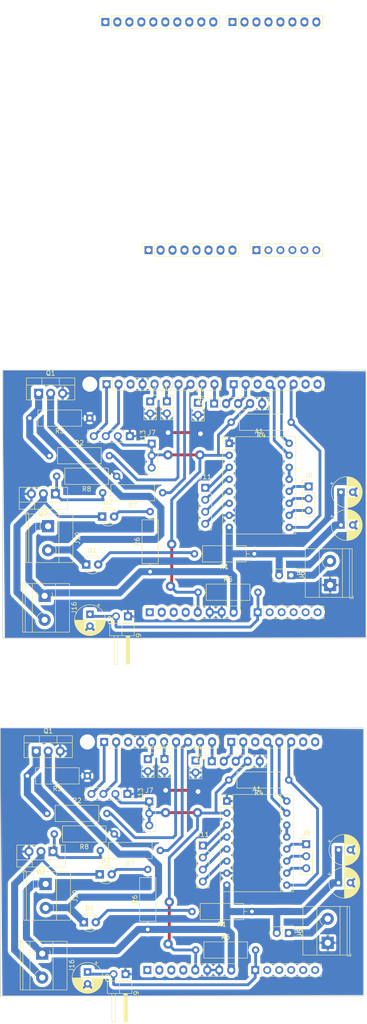
<source format=kicad_pcb>
(kicad_pcb (version 20221018) (generator pcbnew)
  (title_block (date "mar. 31 mars 2015"))
  (layers (0 "F.Cu" signal) (31 "B.Cu" signal) (34 "B.Paste" user) (35 "F.Paste" user) (36 "B.SilkS" user "B.Silkscreen") (37 "F.SilkS" user "F.Silkscreen") (38 "B.Mask" user) (39 "F.Mask" user) (44 "Edge.Cuts" user))
  (net 0 "")
  (net 1 "GND")
  (net 3 "+5V")
  (net 4 "/IOREF")
  (net 5 "Net-(A1-1B)")
  (net 6 "/A1")
  (net 7 "/A2")
  (net 8 "/A3")
  (net 9 "Net-(A1-1A)")
  (net 10 "Net-(A1-2A)")
  (net 11 "Net-(A1-2B)")
  (net 12 "EN")
  (net 13 "/AREF")
  (net 14 "Net-(A1-MS1)")
  (net 15 "/*5")
  (net 16 "Net-(A1-MS2)")
  (net 17 "Net-(A1-MS3)")
  (net 18 "Net-(A1-~{RESET})")
  (net 19 "STEP")
  (net 20 "DIR")
  (net 21 "Termistor")
  (net 22 "/TX{slash}1")
  (net 23 "Net-(D1-K)")
  (net 24 "/RX{slash}0")
  (net 25 "+3V3")
  (net 26 "VCC")
  (net 27 "/~{RESET}")
  (net 28 "Net-(D1-A)")
  (net 29 "Net-(D2-K)")
  (net 30 "Net-(D2-A)")
  (net 31 "SCL")
  (net 32 "SDA")
  (net 33 "BT1")
  (net 34 "SW")
  (net 35 "BT3")
  (net 36 "BT2")
  (net 37 "OUTB")
  (net 38 "OUTA")
  (net 39 "FAN")
  (net 40 "MOS")
  (net 41 "Net-(J5-Pin_2)")
  (net 42 "Net-(Q1-G)")
  (net 43 "Net-(Q2-G)")
  (footprint "Connector_PinSocket_2.54mm:PinSocket_1x08_P2.54mm_Vertical" (layer "F.Cu") (at 94.413 105.841 90)
    (fp_text reference "J1" hide)
    (fp_text value "Power")
  )
  (footprint "Connector_PinSocket_2.54mm:PinSocket_1x06_P2.54mm_Vertical" (layer "F.Cu") (at 117.273 105.841 90)
    (fp_text reference "J3" hide)
    (fp_text value "Analog")
  )
  (footprint "Connector_PinSocket_2.54mm:PinSocket_1x10_P2.54mm_Vertical" (layer "F.Cu") (at 85.269 57.581 90)
    (fp_text reference "J2" hide)
    (fp_text value "Digital/PWM")
  )
  (footprint "Connector_PinSocket_2.54mm:PinSocket_1x08_P2.54mm_Vertical" (layer "F.Cu") (at 112.193 57.581 90)
    (fp_text reference "J4" hide)
    (fp_text value "Digital/PWM")
  )
  (footprint "Connector_PinSocket_2.54mm:PinSocket_1x05_P2.54mm_Vertical" (layer "F.Cu") (at 107.808 214.002 90)
    (fp_text reference "J15")
    (fp_text value "Conn_01x05" hide)
  )
  (footprint "Connector_PinSocket_2.54mm:PinSocket_1x02_P2.54mm_Vertical" (layer "F.Cu") (at 104.876 138.135)
    (fp_text reference "J14")
    (fp_text value "Conn_01x02")
  )
  (footprint "Connector_PinSocket_2.54mm:PinSocket_1x08_P2.54mm_Vertical" (layer "F.Cu") (at 94.158 258.162 90)
    (fp_text reference "J1" hide)
    (fp_text value "Power")
  )
  (footprint "Capacitor_THT:CP_Radial_D6.3mm_P2.50mm" (layer "F.Cu") (at 134.66 239.696)
    (fp_text reference "C3" hide)
    (fp_text value "100uF")
  )
  (footprint "Module:Pololu_Breakout-16_15.2x20.3mm" (layer "F.Cu") (at 111.506 146.72)
    (fp_text reference "A1")
    (fp_text value "Pololu_Breakout_A4988")
  )
  (footprint "Connector_PinSocket_2.54mm:PinSocket_1x08_P2.54mm_Vertical" (layer "F.Cu") (at 111.938 209.902 90)
    (fp_text reference "J4" hide)
    (fp_text value "Digital/PWM")
  )
  (footprint "Resistor_THT:R_Axial_DIN0309_L9.0mm_D3.2mm_P12.70mm_Horizontal" (layer "F.Cu") (at 87.651 153.685 180)
    (fp_text reference "R8")
    (fp_text value "10R")
  )
  (footprint "Resistor_THT:R_Axial_DIN0309_L9.0mm_D3.2mm_P12.70mm_Horizontal" (layer "F.Cu") (at 81.443 217.077 180)
    (fp_text reference "R3")
    (fp_text value "10k")
  )
  (footprint "Resistor_THT:R_Axial_DIN0309_L9.0mm_D3.2mm_P12.70mm_Horizontal" (layer "F.Cu") (at 116.826 170.1 180)
    (fp_text reference "R1")
    (fp_text value "1.8k")
  )
  (footprint "Resistor_THT:R_Axial_DIN0309_L9.0mm_D3.2mm_P12.70mm_Horizontal" (layer "F.Cu") (at 116.318 245.792 180)
    (fp_text reference "R1")
    (fp_text value "1.8k")
  )
  (footprint "Connector_PinHeader_2.54mm:PinHeader_1x03_P2.54mm_Vertical" (layer "F.Cu") (at 94.568 222.487)
    (fp_text reference "J7")
    (fp_text value "Conn_01x03")
  )
  (footprint "Connector_PinSocket_2.54mm:PinSocket_1x02_P2.54mm_Vertical" (layer "F.Cu") (at 104.368 213.827)
    (fp_text reference "J14")
    (fp_text value "Conn_01x02")
  )
  (footprint "Connector_PinHeader_2.54mm:PinHeader_1x03_P2.54mm_Vertical" (layer "F.Cu") (at 127.818 231.542)
    (fp_text reference "J8")
    (fp_text value "Conn_01x03")
  )
  (footprint "Resistor_THT:R_Axial_DIN0309_L9.0mm_D3.2mm_P12.70mm_Horizontal" (layer "F.Cu") (at 124.118 217.952 180)
    (fp_text reference "R4")
    (fp_text value "R")
  )
  (footprint "Connector_PinHeader_2.54mm:PinHeader_1x04_P2.54mm_Vertical" (layer "F.Cu") (at 106.426 156.13)
    (fp_text reference "J11")
    (fp_text value "Conn_01x04")
  )
  (footprint "TerminalBlock_Phoenix:TerminalBlock_Phoenix_MKDS-1,5-2-5.08_1x02_P5.08mm_Horizontal" (layer "F.Cu") (at 72.396 178.99 -90)
    (fp_text reference "J16")
    (fp_text value "Conn_01x02")
  )
  (footprint "Connector_PinSocket_2.54mm:PinSocket_1x10_P2.54mm_Vertical" (layer "F.Cu") (at 85.522 134.21 90)
    (fp_text reference "J2" hide)
    (fp_text value "Digital/PWM")
  )
  (footprint "Arduino_MountingHole:MountingHole_3.2mm" (layer "F.Cu") (at 81.966 134.21)
    (fp_text reference "MH1" hide)
    (fp_text value "MountingHole_3.2mm" hide)
  )
  (footprint "Connector_PinSocket_2.54mm:PinSocket_1x08_P2.54mm_Vertical" (layer "F.Cu") (at 112.446 134.21 90)
    (fp_text reference "J4" hide)
    (fp_text value "Digital/PWM")
  )
  (footprint "Connector_PinHeader_2.54mm:PinHeader_1x02_P2.54mm_Vertical" (layer "F.Cu") (at 124.626 174.635 -90)
    (fp_text reference "J6")
    (fp_text value "Conn_01x02")
  )
  (footprint "TerminalBlock_Phoenix:TerminalBlock_Phoenix_MKDS-1,5-2-5.08_1x02_P5.08mm_Horizontal" (layer "F.Cu") (at 72.618 239.952 -90)
    (fp_text reference "J10")
    (fp_text value "Conn_01x02")
  )
  (footprint "Arduino_MountingHole:MountingHole_3.2mm" (layer "F.Cu") (at 81.458 209.902)
    (fp_text reference "MH1" hide)
    (fp_text value "MountingHole_3.2mm" hide)
  )
  (footprint "Connector_PinSocket_2.54mm:PinSocket_1x08_P2.54mm_Vertical" (layer "F.Cu") (at 94.666 182.47 90)
    (fp_text reference "J1" hide)
    (fp_text value "Power")
  )
  (footprint "Capacitor_THT:CP_Radial_D6.3mm_P2.50mm" (layer "F.Cu") (at 81.493 258.577 -90)
    (fp_text reference "C2")
    (fp_text value "100uF")
  )
  (footprint "Module:Pololu_Breakout-16_15.2x20.3mm" (layer "F.Cu") (at 110.998 222.412)
    (fp_text reference "A1")
    (fp_text value "Pololu_Breakout_A4988")
  )
  (footprint "Resistor_THT:R_Axial_DIN0309_L9.0mm_D3.2mm_P12.70mm_Horizontal" (layer "F.Cu") (at 72.898 225.027)
    (fp_text reference "R2")
    (fp_text value "10R")
  )
  (footprint "Connector_PinHeader_2.54mm:PinHeader_1x04_P2.54mm_Vertical" (layer "F.Cu") (at 105.918 231.822)
    (fp_text reference "J11")
    (fp_text value "Conn_01x04")
  )
  (footprint "Capacitor_THT:CP_Radial_D6.3mm_P2.50mm" (layer "F.Cu") (at 82.001 182.885 -90)
    (fp_text reference "C2")
    (fp_text value "100uF")
  )
  (footprint "TerminalBlock_Phoenix:TerminalBlock_Phoenix_MKDS-1,5-2-5.08_1x02_P5.08mm_Horizontal" (layer "F.Cu") (at 132.373 252.397 90)
    (fp_text reference "J5")
    (fp_text value "Conn_01x02")
  )
  (footprint "Capacitor_THT:CP_Radial_D6.3mm_P2.50mm" (layer "F.Cu") (at 135.168 164.004)
    (fp_text reference "C3" hide)
    (fp_text value "100uF")
  )
  (footprint "TerminalBlock_Phoenix:TerminalBlock_Phoenix_MKDS-1,5-2-5.08_1x02_P5.08mm_Horizontal" (layer "F.Cu") (at 132.881 176.705 90)
    (fp_text reference "J5")
    (fp_text value "Conn_01x02")
  )
  (footprint "Connector_PinSocket_2.54mm:PinSocket_1x04_P2.54mm_Vertical" (layer "F.Cu") (at 89.933 220.902 -90)
    (fp_text reference "J13")
    (fp_text value "Conn_01x04")
  )
  (footprint "LED_THT:LED_D3.0mm" (layer "F.Cu") (at 84.577 162.226)
    (fp_text reference "D2")
    (fp_text value "LED")
  )
  (footprint "Connector_PinHeader_2.54mm:PinHeader_1x03_P2.54mm_Vertical" (layer "F.Cu") (at 128.326 155.85)
    (fp_text reference "J8")
    (fp_text value "Conn_01x03")
  )
  (footprint "Arduino_MountingHole:MountingHole_3.2mm" (layer "F.Cu") (at 81.713 57.581)
    (fp_text reference "MH1" hide)
    (fp_text value "MountingHole_3.2mm" hide)
  )
  (footprint "Connector_PinHeader_2.54mm:PinHeader_1x02_P2.54mm_Vertical" (layer "F.Cu") (at 124.118 250.327 -90)
    (fp_text reference "J6")
    (fp_text value "Conn_01x02")
  )
  (footprint "Connector_PinSocket_2.54mm:PinSocket_1x05_P2.54mm_Vertical" (layer "F.Cu") (at 108.316 138.31 90)
    (fp_text reference "J15")
    (fp_text value "Conn_01x05" hide)
  )
  (footprint "Connector_PinSocket_2.54mm:PinSocket_1x02_P2.54mm_Vertical" (layer "F.Cu") (at 94.259 213.554)
    (fp_text reference "J12")
    (fp_text value "Conn_01x02")
  )
  (footprint "Connector_PinSocket_2.54mm:PinSocket_1x06_P2.54mm_Vertical" (layer "F.Cu") (at 117.018 258.162 90)
    (fp_text reference "J3" hide)
    (fp_text value "Analog")
  )
  (footprint "Resistor_THT:R_Axial_DIN0309_L9.0mm_D3.2mm_P12.70mm_Horizontal" (layer "F.Cu") (at 87.143 229.377 180)
    (fp_text reference "R8")
    (fp_text value "10R")
  )
  (footprint "Package_TO_SOT_THT:TO-220-3_Vertical" (layer "F.Cu") (at 74.676 157.4 180)
    (fp_text reference "Q2")
    (fp_text value "IRLZ44N")
  )
  (footprint "Connector_PinSocket_2.54mm:PinSocket_1x10_P2.54mm_Vertical" (layer "F.Cu") (at 85.014 209.902 90)
    (fp_text reference "J2" hide)
    (fp_text value "Digital/PWM")
  )
  (footprint "Resistor_THT:R_Axial_DIN0309_L9.0mm_D3.2mm_P12.70mm_Horizontal" (layer "F.Cu") (at 104.902 178.228)
    (fp_text reference "R5")
    (fp_text value "4.7k")
  )
  (footprint "Connector_PinSocket_2.54mm:PinSocket_1x04_P2.54mm_Vertical" (layer "F.Cu") (at 90.441 145.21 -90)
    (fp_text reference "J13")
    (fp_text value "Conn_01x04")
  )
  (footprint "Resistor_THT:R_Axial_DIN0309_L9.0mm_D3.2mm_P12.70mm_Horizontal" (layer "F.Cu") (at 81.951 141.385 180)
    (fp_text reference "R3")
    (fp_text value "10k")
  )
  (footprint "Resistor_THT:R_Axial_DIN0309_L9.0mm_D3.2mm_P12.70mm_Horizontal" (layer "F.Cu") (at 94.746 173.88 90)
    (fp_text reference "R6")
    (fp_text value "1.8k")
  )
  (footprint "Capacitor_THT:CP_Radial_D6.3mm_P2.50mm" (layer "F.Cu") (at 134.66 232.746)
    (fp_text reference "C1" hide)
    (fp_text value "100uF" hide)
  )
  (footprint "Connector_PinSocket_2.54mm:PinSocket_1x02_P2.54mm_Vertical" (layer "F.Cu") (at 98.298 137.842)
    (fp_text reference "J17")
    (fp_text value "Conn_01x02")
  )
  (footprint "LED_THT:LED_D3.0mm" (layer "F.Cu") (at 84.069 237.918)
    (fp_text reference "D2")
    (fp_text value "LED")
  )
  (footprint "TerminalBlock_Phoenix:TerminalBlock_Phoenix_MKDS-1,5-2-5.08_1x02_P5.08mm_Horizontal" (layer "F.Cu") (at 71.888 254.682 -90)
    (fp_text reference "J16")
    (fp_text value "Conn_01x02")
  )
  (footprint "Connector_PinSocket_2.54mm:PinSocket_1x02_P2.54mm_Vertical" (layer "F.Cu") (at 94.767 137.862)
    (fp_text reference "J12")
    (fp_text value "Conn_01x02")
  )
  (footprint "Connector_PinSocket_2.54mm:PinSocket_1x06_P2.54mm_Vertical" (layer "F.Cu") (at 117.526 182.47 90)
    (fp_text reference "J3" hide)
    (fp_text value "Analog")
  )
  (footprint "Resistor_THT:R_Axial_DIN0309_L9.0mm_D3.2mm_P12.70mm_Horizontal" (layer "F.Cu") (at 96.898 232.862 180)
    (fp_text reference "R7")
    (fp_text value "10R")
  )
  (footprint "LED_THT:LED_D3.0mm" (layer "F.Cu") (at 80.693 248.052)
    (fp_text reference "D1")
    (fp_text value "LED")
  )
  (footprint "Connector_PinHeader_2.54mm:PinHeader_1x03_P2.54mm_Vertical" (layer "F.Cu") (at 95.076 146.795)
    (fp_text reference "J7")
    (fp_text value "Conn_01x03")
  )
  (footprint "Resistor_THT:R_Axial_DIN0309_L9.0mm_D3.2mm_P12.70mm_Horizontal" (layer "F.Cu") (at 104.394 253.92)
    (fp_text reference "R5")
    (fp_text value "4.7k")
  )
  (footprint "TerminalBlock_Phoenix:TerminalBlock_Phoenix_MKDS-1,5-2-5.08_1x02_P5.08mm_Horizontal" (layer "F.Cu") (at 73.126 164.26 -90)
    (fp_text reference "J10")
    (fp_text value "Conn_01x02")
  )
  (footprint "Connector_PinHeader_2.54mm:PinHeader_1x02_P2.54mm_Horizontal" (layer "F.Cu") (at 89.543 259.027 -90)
    (fp_text reference "J9")
    (fp_text value "Conn_01x02")
  )
  (footprint "Connector_PinHeader_2.54mm:PinHeader_1x02_P2.54mm_Horizontal" (layer "F.Cu") (at 90.051 183.335 -90)
    (fp_text reference "J9")
    (fp_text value "Conn_01x02")
  )
  (footprint "LED_THT:LED_D3.0mm" (layer "F.Cu") (at 81.201 172.36)
    (fp_text reference "D1")
    (fp_text value "LED")
  )
  (footprint "Capacitor_THT:CP_Radial_D6.3mm_P2.50mm" (layer "F.Cu") (at 135.168 157.054)
    (fp_text reference "C1" hide)
    (fp_text value "100uF" hide)
  )
  (footprint "Resistor_THT:R_Axial_DIN0309_L9.0mm_D3.2mm_P12.70mm_Horizontal" (layer "F.Cu") (at 73.406 149.335)
    (fp_text reference "R2")
    (fp_text value "10R")
  )
  (footprint "Package_TO_SOT_THT:TO-220-3_Vertical" (layer "F.Cu") (at 74.168 233.092 180)
    (fp_text reference "Q2")
    (fp_text value "IRLZ44N")
  )
  (footprint "Resistor_THT:R_Axial_DIN0309_L9.0mm_D3.2mm_P12.70mm_Horizontal" (layer "F.Cu") (at 94.238 249.572 90)
    (fp_text reference "R6")
    (fp_text value "1.8k")
  )
  (footprint "Connector_PinSocket_2.54mm:PinSocket_1x02_P2.54mm_Vertical" (layer "F.Cu") (at 97.79 213.534)
    (fp_text reference "J17")
    (fp_text value "Conn_01x02")
  )
  (footprint "Package_TO_SOT_THT:TO-220-3_Vertical" (layer "F.Cu") (at 71.126 136.16)
    (fp_text reference "Q1")
    (fp_text value "IRLZ44N")
  )
  (footprint "Package_TO_SOT_THT:TO-220-3_Vertical" (layer "F.Cu") (at 70.618 211.852)
    (fp_text reference "Q1")
    (fp_text value "IRLZ44N")
  )
  (footprint "Resistor_THT:R_Axial_DIN0309_L9.0mm_D3.2mm_P12.70mm_Horizontal" (layer "F.Cu") (at 97.406 157.17 180)
    (fp_text reference "R7")
    (fp_text value "10R")
  )
  (footprint "Resistor_THT:R_Axial_DIN0309_L9.0mm_D3.2mm_P12.70mm_Horizontal" (layer "F.Cu") (at 124.626 142.26 180)
    (fp_text reference "R4")
    (fp_text value "R")
  )
  (gr_rect (start 63.018 206.93) (end 139.954 263.652) (stroke (width 0.15)) (fill none) (layer "Edge.Cuts"))
  (gr_rect (start 63.526 131.238) (end 140.462 187.96) (stroke (width 0.15)) (fill none) (layer "Edge.Cuts"))
  (segment (start 98.552 144.446) (end 105.156 144.446) (width 0.6) (layer "F.Cu") (net 1))
  (segment (start 98.044 220.138) (end 104.648 220.138) (width 0.6) (layer "F.Cu") (net 1))
  (segment (start 104.648 220.138) (end 104.902 220.392) (width 0.6) (layer "F.Cu") (net 1))
  (segment (start 105.156 144.446) (end 105.41 144.7) (width 0.6) (layer "F.Cu") (net 1))
  (via (at 98.044 220.138) (size 2) (drill 1) (layers "F.Cu" "B.Cu") (net 1))
  (via (at 98.552 144.446) (size 2) (drill 1) (layers "F.Cu" "B.Cu") (net 1))
  (via (at 104.902 220.392) (size 2) (drill 1) (layers "F.Cu" "B.Cu") (net 1))
  (via (at 105.41 144.7) (size 2) (drill 1) (layers "F.Cu" "B.Cu") (net 1))
  (segment (start 98.552 252.65) (end 98.806 252.396) (width 0.6) (layer "F.Cu") (net 3))
  (segment (start 99.314 176.704) (end 99.314 168.068) (width 0.6) (layer "F.Cu") (net 3))
  (segment (start 104.788 224.862) (end 98.018 224.862) (width 0.6) (layer "F.Cu") (net 3))
  (segment (start 98.806 252.396) (end 98.806 243.76) (width 0.6) (layer "F.Cu") (net 3))
  (segment (start 105.296 149.17) (end 98.526 149.17) (width 0.6) (layer "F.Cu") (net 3))
  (segment (start 99.06 176.958) (end 99.314 176.704) (width 0.6) (layer "F.Cu") (net 3))
  (via (at 105.296 149.17) (size 2) (drill 1) (layers "F.Cu" "B.Cu") (net 3))
  (via (at 104.788 224.862) (size 2) (drill 1) (layers "F.Cu" "B.Cu") (net 3))
  (via (at 98.552 252.65) (size 2) (drill 1) (layers "F.Cu" "B.Cu") (net 3))
  (via (at 98.526 149.17) (size 2) (drill 1) (layers "F.Cu" "B.Cu") (net 3))
  (via (at 98.806 243.76) (size 2) (drill 1) (layers "F.Cu" "B.Cu") (net 3))
  (via (at 98.018 224.862) (size 2) (drill 1) (layers "F.Cu" "B.Cu") (net 3))
  (via (at 99.314 168.068) (size 2) (drill 1) (layers "F.Cu" "B.Cu") (net 3))
  (via (at 99.06 176.958) (size 2) (drill 1) (layers "F.Cu" "B.Cu") (net 3))
  (segment (start 105.296 152.688) (end 105.296 149.17) (width 0.6) (layer "B.Cu") (net 3))
  (segment (start 104.878 224.952) (end 104.788 224.862) (width 0.6) (layer "B.Cu") (net 3))
  (segment (start 98.526 149.17) (end 95.241 149.17) (width 0.6) (layer "B.Cu") (net 3))
  (segment (start 104.902 178.228) (end 100.33 178.228) (width 0.6) (layer "B.Cu") (net 3))
  (segment (start 104.788 228.38) (end 104.788 224.862) (width 0.6) (layer "B.Cu") (net 3))
  (segment (start 95.241 149.17) (end 95.076 149.335) (width 0.6) (layer "B.Cu") (net 3))
  (segment (start 98.806 243.76) (end 98.806 234.362) (width 0.6) (layer "B.Cu") (net 3))
  (segment (start 99.822 253.92) (end 98.552 252.65) (width 0.6) (layer "B.Cu") (net 3))
  (segment (start 87.901 145.935) (end 87.901 145.21) (width 0.6) (layer "B.Cu") (net 3))
  (segment (start 104.902 182.394) (end 104.826 182.47) (width 0.6) (layer "B.Cu") (net 3))
  (segment (start 88.568 222.802) (end 87.393 221.627) (width 0.6) (layer "B.Cu") (net 3))
  (segment (start 94.253 222.802) (end 88.568 222.802) (width 0.6) (layer "B.Cu") (net 3))
  (segment (start 104.902 178.228) (end 104.902 182.394) (width 0.6) (layer "B.Cu") (net 3))
  (segment (start 94.733 224.862) (end 94.568 225.027) (width 0.6) (layer "B.Cu") (net 3))
  (segment (start 111.926 142.26) (end 109.22 144.966) (width 0.6) (layer "B.Cu") (net 3))
  (segment (start 110.998 224.952) (end 108.712 224.952) (width 0.6) (layer "B.Cu") (net 3))
  (segment (start 109.22 149.26) (end 105.386 149.26) (width 0.6) (layer "B.Cu") (net 3))
  (segment (start 108.712 224.952) (end 104.878 224.952) (width 0.6) (layer "B.Cu") (net 3))
  (segment (start 111.506 149.26) (end 109.22 149.26) (width 0.6) (layer "B.Cu") (net 3))
  (segment (start 111.986 142.26) (end 115.936 138.31) (width 0.6) (layer "B.Cu") (net 3))
  (segment (start 111.418 217.952) (end 111.478 217.952) (width 0.6) (layer "B.Cu") (net 3))
  (segment (start 94.761 147.11) (end 89.076 147.11) (width 0.6) (layer "B.Cu") (net 3))
  (segment (start 104.394 253.92) (end 104.394 258.086) (width 0.6) (layer "B.Cu") (net 3))
  (segment (start 87.393 221.627) (end 87.393 220.902) (width 0.6) (layer "B.Cu") (net 3))
  (segment (start 95.076 146.795) (end 94.761 147.11) (width 0.6) (layer "B.Cu") (net 3))
  (segment (start 99.314 158.67) (end 105.296 152.688) (width 0.6) (layer "B.Cu") (net 3))
  (segment (start 105.386 149.26) (end 105.296 149.17) (width 0.6) (layer "B.Cu") (net 3))
  (segment (start 95.076 146.795) (end 95.076 151.875) (width 0.6) (layer "B.Cu") (net 3))
  (segment (start 99.314 168.068) (end 99.314 158.67) (width 0.6) (layer "B.Cu") (net 3))
  (segment (start 104.394 258.086) (end 104.318 258.162) (width 0.6) (layer "B.Cu") (net 3))
  (segment (start 104.826 181.41) (end 104.826 182.47) (width 0.6) (layer "B.Cu") (net 3))
  (segment (start 94.568 222.487) (end 94.568 227.567) (width 0.6) (layer "B.Cu") (net 3))
  (segment (start 98.806 234.362) (end 104.788 228.38) (width 0.6) (layer "B.Cu") (net 3))
  (segment (start 89.076 147.11) (end 87.901 145.935) (width 0.6) (layer "B.Cu") (net 3))
  (segment (start 111.478 217.952) (end 115.428 214.002) (width 0.6) (layer "B.Cu") (net 3))
  (segment (start 104.318 257.102) (end 104.318 258.162) (width 0.6) (layer "B.Cu") (net 3))
  (segment (start 111.926 142.26) (end 111.986 142.26) (width 0.6) (layer "B.Cu") (net 3))
  (segment (start 98.018 224.862) (end 94.733 224.862) (width 0.6) (layer "B.Cu") (net 3))
  (segment (start 100.33 178.228) (end 99.06 176.958) (width 0.6) (layer "B.Cu") (net 3))
  (segment (start 104.394 253.92) (end 99.822 253.92) (width 0.6) (layer "B.Cu") (net 3))
  (segment (start 111.418 217.952) (end 108.712 220.658) (width 0.6) (layer "B.Cu") (net 3))
  (segment (start 108.712 220.658) (end 108.712 224.952) (width 0.6) (layer "B.Cu") (net 3))
  (segment (start 94.568 222.487) (end 94.253 222.802) (width 0.6) (layer "B.Cu") (net 3))
  (segment (start 109.22 144.966) (end 109.22 149.26) (width 0.6) (layer "B.Cu") (net 3))
  (segment (start 105.918 231.822) (end 106.668 231.822) (width 0.6) (layer "B.Cu") (net 5))
  (segment (start 106.426 156.13) (end 107.176 156.13) (width 0.6) (layer "B.Cu") (net 5))
  (segment (start 107.176 156.13) (end 111.506 151.8) (width 0.6) (layer "B.Cu") (net 5))
  (segment (start 106.668 231.822) (end 110.998 227.492) (width 0.6) (layer "B.Cu") (net 5))
  (segment (start 105.918 234.362) (end 110.248 230.032) (width 0.6) (layer "B.Cu") (net 9))
  (segment (start 106.426 158.67) (end 110.756 154.34) (width 0.6) (layer "B.Cu") (net 9))
  (segment (start 110.756 154.34) (end 111.506 154.34) (width 0.6) (layer "B.Cu") (net 9))
  (segment (start 110.248 230.032) (end 110.998 230.032) (width 0.6) (layer "B.Cu") (net 9))
  (segment (start 105.918 236.902) (end 110.248 232.572) (width 0.6) (layer "B.Cu") (net 10))
  (segment (start 106.426 161.21) (end 110.756 156.88) (width 0.6) (layer "B.Cu") (net 10))
  (segment (start 110.248 232.572) (end 110.998 232.572) (width 0.6) (layer "B.Cu") (net 10))
  (segment (start 110.756 156.88) (end 111.506 156.88) (width 0.6) (layer "B.Cu") (net 10))
  (segment (start 110.248 235.112) (end 110.998 235.112) (width 0.6) (layer "B.Cu") (net 11))
  (segment (start 106.426 163.75) (end 110.756 159.42) (width 0.6) (layer "B.Cu") (net 11))
  (segment (start 110.756 159.42) (end 111.506 159.42) (width 0.6) (layer "B.Cu") (net 11))
  (segment (start 105.918 239.442) (end 110.248 235.112) (width 0.6) (layer "B.Cu") (net 11))
  (segment (start 130.726 161.98) (end 130.726 148.36) (width 0.6) (layer "B.Cu") (net 12))
  (segment (start 130.218 224.052) (end 124.118 217.952) (width 0.6) (layer "B.Cu") (net 12))
  (segment (start 123.698 240.192) (end 127.698 240.192) (width 0.6) (layer "B.Cu") (net 12))
  (segment (start 128.206 164.5) (end 130.726 161.98) (width 0.6) (layer "B.Cu") (net 12))
  (segment (start 124.626 134.73) (end 125.146 134.21) (width 0.6) (layer "B.Cu") (net 12))
  (segment (start 124.118 210.422) (end 124.638 209.902) (width 0.6) (layer "B.Cu") (net 12))
  (segment (start 124.206 164.5) (end 128.206 164.5) (width 0.6) (layer "B.Cu") (net 12))
  (segment (start 124.626 142.26) (end 124.626 134.73) (width 0.6) (layer "B.Cu") (net 12))
  (segment (start 124.118 217.952) (end 124.118 210.422) (width 0.6) (layer "B.Cu") (net 12))
  (segment (start 127.698 240.192) (end 130.218 237.672) (width 0.6) (layer "B.Cu") (net 12))
  (segment (start 130.218 237.672) (end 130.218 224.052) (width 0.6) (layer "B.Cu") (net 12))
  (segment (start 130.726 148.36) (end 124.626 142.26) (width 0.6) (layer "B.Cu") (net 12))
  (segment (start 125.236 160.93) (end 124.206 161.96) (width 0.6) (layer "B.Cu") (net 14))
  (segment (start 128.326 160.93) (end 125.236 160.93) (width 0.6) (layer "B.Cu") (net 14))
  (segment (start 124.728 236.622) (end 123.698 237.652) (width 0.6) (layer "B.Cu") (net 14))
  (segment (start 127.818 236.622) (end 124.728 236.622) (width 0.6) (layer "B.Cu") (net 14))
  (segment (start 128.326 158.39) (end 125.236 158.39) (width 0.6) (layer "B.Cu") (net 16))
  (segment (start 127.818 234.082) (end 124.728 234.082) (width 0.6) (layer "B.Cu") (net 16))
  (segment (start 124.728 234.082) (end 123.698 235.112) (width 0.6) (layer "B.Cu") (net 16))
  (segment (start 125.236 158.39) (end 124.206 159.42) (width 0.6) (layer "B.Cu") (net 16))
  (segment (start 124.728 231.542) (end 123.698 232.572) (width 0.6) (layer "B.Cu") (net 17))
  (segment (start 127.818 231.542) (end 124.728 231.542) (width 0.6) (layer "B.Cu") (net 17))
  (segment (start 125.236 155.85) (end 124.206 156.88) (width 0.6) (layer "B.Cu") (net 17))
  (segment (start 128.326 155.85) (end 125.236 155.85) (width 0.6) (layer "B.Cu") (net 17))
  (segment (start 123.698 227.492) (end 123.698 230.032) (width 0.6) (layer "B.Cu") (net 18))
  (segment (start 124.206 151.8) (end 124.206 154.34) (width 0.6) (layer "B.Cu") (net 18))
  (segment (start 120.518 210.862) (end 120.518 221.772) (width 0.6) (layer "B.Cu") (net 19))
  (segment (start 120.518 221.772) (end 123.698 224.952) (width 0.6) (layer "B.Cu") (net 19))
  (segment (start 121.026 135.17) (end 121.026 146.08) (width 0.6) (layer "B.Cu") (net 19))
  (segment (start 119.558 209.902) (end 120.518 210.862) (width 0.6) (layer "B.Cu") (net 19))
  (segment (start 121.026 146.08) (end 124.206 149.26) (width 0.6) (layer "B.Cu") (net 19))
  (segment (start 120.066 134.21) (end 121.026 135.17) (width 0.6) (layer "B.Cu") (net 19))
  (segment (start 122.098 220.812) (end 123.698 222.412) (width 0.6) (layer "B.Cu") (net 20))
  (segment (start 122.606 145.12) (end 124.206 146.72) (width 0.6) (layer "B.Cu") (net 20))
  (segment (start 122.098 209.902) (end 122.098 220.812) (width 0.6) (layer "B.Cu") (net 20))
  (segment (start 122.606 134.21) (end 122.606 145.12) (width 0.6) (layer "B.Cu") (net 20))
  (segment (start 87.511 183.335) (end 87.511 185.475) (width 0.6) (layer "B.Cu") (net 21))
  (segment (start 87.003 259.027) (end 81.943 259.027) (width 0.6) (layer "B.Cu") (net 21))
  (segment (start 87.003 261.167) (end 87.122 261.286) (width 0.6) (layer "B.Cu") (net 21))
  (segment (start 82.451 183.335) (end 82.001 182.885) (width 0.6) (layer "B.Cu") (net 21))
  (segment (start 117.094 258.086) (end 117.018 258.162) (width 0.6) (layer "B.Cu") (net 21))
  (segment (start 87.511 183.335) (end 82.451 183.335) (width 0.6) (layer "B.Cu") (net 21))
  (segment (start 87.003 259.027) (end 87.003 261.167) (width 0.6) (layer "B.Cu") (net 21))
  (segment (start 117.602 182.394) (end 117.526 182.47) (width 0.6) (layer "B.Cu") (net 21))
  (segment (start 87.511 185.475) (end 87.63 185.594) (width 0.6) (layer "B.Cu") (net 21))
  (segment (start 81.943 259.027) (end 81.493 258.577) (width 0.6) (layer "B.Cu") (net 21))
  (segment (start 115.992 185.594) (end 117.526 184.06) (width 0.6) (layer "B.Cu") (net 21))
  (segment (start 115.484 261.286) (end 117.018 259.752) (width 0.6) (layer "B.Cu") (net 21))
  (segment (start 87.63 185.594) (end 115.992 185.594) (width 0.6) (layer "B.Cu") (net 21))
  (segment (start 117.526 184.06) (end 117.526 182.47) (width 0.6) (layer "B.Cu") (net 21))
  (segment (start 87.122 261.286) (end 115.484 261.286) (width 0.6) (layer "B.Cu") (net 21))
  (segment (start 117.094 253.92) (end 117.094 258.086) (width 0.6) (layer "B.Cu") (net 21))
  (segment (start 117.018 259.752) (end 117.018 258.162) (width 0.6) (layer "B.Cu") (net 21))
  (segment (start 117.602 178.228) (end 117.602 182.394) (width 0.6) (layer "B.Cu") (net 21))
  (segment (start 77.603 244.962) (end 72.688 244.962) (width 1.5) (layer "B.Cu") (net 23))
  (segment (start 81.201 172.36) (end 78.111 169.27) (width 1.5) (layer "B.Cu") (net 23))
  (segment (start 73.666 136.16) (end 73.666 142.928) (width 1.5) (layer "B.Cu") (net 23))
  (segment (start 94.606 157.95) (end 97.028 160.372) (width 1.5) (layer "B.Cu") (net 23))
  (segment (start 97.028 165.984) (end 95.96 167.052) (width 1.5) (layer "B.Cu") (net 23))
  (segment (start 78.111 169.27) (end 73.196 169.27) (width 1.5) (layer "B.Cu") (net 23))
  (segment (start 72.688 244.962) (end 72.618 245.032) (width 1.5) (layer "B.Cu") (net 23))
  (segment (start 73.666 142.928) (end 88.688 157.95) (width 1.5) (layer "B.Cu") (net 23))
  (segment (start 88.18 233.642) (end 94.098 233.642) (width 1.5) (layer "B.Cu") (net 23))
  (segment (start 79.821 242.744) (end 77.603 244.962) (width 1.5) (layer "B.Cu") (net 23))
  (segment (start 96.52 241.676) (end 95.452 242.744) (width 1.5) (layer "B.Cu") (net 23))
  (segment (start 96.52 236.064) (end 96.52 241.676) (width 1.5) (layer "B.Cu") (net 23))
  (segment (start 95.452 242.744) (end 79.821 242.744) (width 1.5) (layer "B.Cu") (net 23))
  (segment (start 73.196 169.27) (end 73.126 169.34) (width 1.5) (layer "B.Cu") (net 23))
  (segment (start 80.329 167.052) (end 78.111 169.27) (width 1.5) (layer "B.Cu") (net 23))
  (segment (start 80.693 248.052) (end 77.603 244.962) (width 1.5) (layer "B.Cu") (net 23))
  (segment (start 73.158 218.62) (end 88.18 233.642) (width 1.5) (layer "B.Cu") (net 23))
  (segment (start 73.158 211.852) (end 73.158 218.62) (width 1.5) (layer "B.Cu") (net 23))
  (segment (start 95.96 167.052) (end 80.329 167.052) (width 1.5) (layer "B.Cu") (net 23))
  (segment (start 94.098 233.642) (end 96.52 236.064) (width 1.5) (layer "B.Cu") (net 23))
  (segment (start 88.688 157.95) (end 94.606 157.95) (width 1.5) (layer "B.Cu") (net 23))
  (segment (start 97.028 160.372) (end 97.028 165.984) (width 1.5) (layer "B.Cu") (net 23))
  (segment (start 92.731 173.88) (end 88.251 178.36) (width 1.5) (layer "B.Cu") (net 26))
  (segment (start 112.446 182.47) (end 112.446 174.82) (width 1.5) (layer "B.Cu") (net 26))
  (segment (start 70.043 239.952) (end 72.618 239.952) (width 1.5) (layer "B.Cu") (net 26))
  (segment (start 111.506 169.846) (end 111.506 173.88) (width 1.5) (layer "B.Cu") (net 26))
  (segment (start 68.543 251.337) (end 68.543 241.452) (width 1.5) (layer "B.Cu") (net 26))
  (segment (start 125.204 170.082) (end 125.222 170.1) (width 1.5) (layer "B.Cu") (net 26))
  (segment (start 72.518 254.052) (end 71.888 254.682) (width 1.5) (layer "B.Cu") (net 26))
  (segment (start 125.186 170.1) (end 116.826 170.1) (width 1.5) (layer "B.Cu") (net 26))
  (segment (start 69.051 175.645) (end 69.051 165.76) (width 1.5) (layer "B.Cu") (net 26))
  (segment (start 135.168 164.004) (end 135.168 157.054) (width 1.5) (layer "B.Cu") (net 26))
  (segment (start 122.086 170.082) (end 125.204 170.082) (width 1.5) (layer "B.Cu") (net 26))
  (segment (start 124.696 245.774) (end 124.714 245.792) (width 1.5) (layer "B.Cu") (net 26))
  (segment (start 69.051 165.76) (end 70.551 164.26) (width 1.5) (layer "B.Cu") (net 26))
  (segment (start 110.998 245.538) (end 110.998 240.192) (width 1.5) (layer "B.Cu") (net 26))
  (segment (start 73.026 178.36) (end 72.396 178.99) (width 1.5) (layer "B.Cu") (net 26))
  (segment (start 111.938 258.162) (end 111.938 250.512) (width 1.5) (layer "B.Cu") (net 26))
  (segment (start 70.551 164.26) (end 73.126 164.26) (width 1.5) (layer "B.Cu") (net 26))
  (segment (start 72.396 178.99) (end 69.051 175.645) (width 1.5) (layer "B.Cu") (net 26))
  (segment (start 116.318 245.792) (end 111.252 245.792) (width 1.5) (layer "B.Cu") (net 26))
  (segment (start 87.743 254.052) (end 72.518 254.052) (width 1.5) (layer "B.Cu") (net 26))
  (segment (start 134.66 239.696) (end 134.66 232.746) (width 1.5) (layer "B.Cu") (net 26))
  (segment (start 133.967 164.004) (end 135.168 164.004) (width 1.5) (layer "B.Cu") (net 26))
  (segment (start 111.938 250.512) (end 110.998 249.572) (width 1.5) (layer "B.Cu") (net 26))
  (segment (start 125.222 170.1) (end 127.871 170.1) (width 1.5) (layer "B.Cu") (net 26))
  (segment (start 124.696 245.774) (end 124.678 245.792) (width 1.5) (layer "B.Cu") (net 26))
  (segment (start 121.578 245.774) (end 124.696 245.774) (width 1.5) (layer "B.Cu") (net 26))
  (segment (start 111.76 170.1) (end 111.506 169.846) (width 1.5) (layer "B.Cu") (net 26))
  (segment (start 71.888 254.682) (end 68.543 251.337) (width 1.5) (layer "B.Cu") (net 26))
  (segment (start 133.459 239.696) (end 134.66 239.696) (width 1.5) (layer "B.Cu") (net 26))
  (segment (start 125.204 170.082) (end 125.186 170.1) (width 1.5) (layer "B.Cu") (net 26))
  (segment (start 127.363 245.792) (end 133.459 239.696) (width 1.5) (layer "B.Cu") (net 26))
  (segment (start 110.998 245.538) (end 110.998 249.572) (width 1.5) (layer "B.Cu") (net 26))
  (segment (start 124.714 245.792) (end 127.363 245.792) (width 1.5) (layer "B.Cu") (net 26))
  (segment (start 92.223 249.572) (end 87.743 254.052) (width 1.5) (layer "B.Cu") (net 26))
  (segment (start 68.543 241.452) (end 70.043 239.952) (width 1.5) (layer "B.Cu") (net 26))
  (segment (start 111.506 169.846) (end 111.506 164.5) (width 1.5) (layer "B.Cu") (net 26))
  (segment (start 111.252 245.792) (end 110.998 245.538) (width 1.5) (layer "B.Cu") (net 26))
  (segment (start 124.678 245.792) (end 116.318 245.792) (width 1.5) (layer "B.Cu") (net 26))
  (segment (start 110.998 249.572) (end 92.223 249.572) (width 1.5) (layer "B.Cu") (net 26))
  (segment (start 88.251 178.36) (end 73.026 178.36) (width 1.5) (layer "B.Cu") (net 26))
  (segment (start 122.086 174.635) (end 122.086 170.082) (width 1.5) (layer "B.Cu") (net 26))
  (segment (start 121.578 250.327) (end 121.578 245.774) (width 1.5) (layer "B.Cu") (net 26))
  (segment (start 112.446 174.82) (end 111.506 173.88) (width 1.5) (layer "B.Cu") (net 26))
  (segment (start 127.871 170.1) (end 133.967 164.004) (width 1.5) (layer "B.Cu") (net 26))
  (segment (start 116.826 170.1) (end 111.76 170.1) (width 1.5) (layer "B.Cu") (net 26))
  (segment (start 111.506 173.88) (end 92.731 173.88) (width 1.5) (layer "B.Cu") (net 26))
  (segment (start 86.255 169.846) (end 83.741 172.36) (width 0.6) (layer "B.Cu") (net 28))
  (segment (start 103.872 169.846) (end 86.255 169.846) (width 0.6) (layer "B.Cu") (net 28))
  (segment (start 103.364 245.538) (end 85.747 245.538) (width 0.6) (layer "B.Cu") (net 28))
  (segment (start 103.618 245.792) (end 103.364 245.538) (width 0.6) (layer "B.Cu") (net 28))
  (segment (start 85.747 245.538) (end 83.233 248.052) (width 0.6) (layer "B.Cu") (net 28))
  (segment (start 104.126 170.1) (end 103.872 169.846) (width 0.6) (layer "B.Cu") (net 28))
  (segment (start 66.548 164.3005) (end 66.548 178.222) (width 1.5) (layer "B.Cu") (net 29))
  (segment (start 71.628 233.092) (end 71.628 234.4045) (width 1.5) (layer "B.Cu") (net 29))
  (segment (start 74.949 237.918) (end 71.628 234.597) (width 0.6) (layer "B.Cu") (net 29))
  (segment (start 72.136 158.905) (end 72.136 157.4) (width 0.6) (layer "B.Cu") (net 29))
  (segment (start 72.136 157.4) (end 72.136 158.7125) (width 1.5) (layer "B.Cu") (net 29))
  (segment (start 72.136 158.7125) (end 66.548 164.3005) (width 1.5) (layer "B.Cu") (net 29))
  (segment (start 84.069 237.918) (end 74.949 237.918) (width 0.6) (layer "B.Cu") (net 29))
  (segment (start 71.628 234.4045) (end 66.04 239.9925) (width 1.5) (layer "B.Cu") (net 29))
  (segment (start 71.628 234.597) (end 71.628 233.092) (width 0.6) (layer "B.Cu") (net 29))
  (segment (start 66.04 253.914) (end 71.888 259.762) (width 1.5) (layer "B.Cu") (net 29))
  (segment (start 66.04 239.9925) (end 66.04 253.914) (width 1.5) (layer "B.Cu") (net 29))
  (segment (start 84.577 162.226) (end 75.457 162.226) (width 0.6) (layer "B.Cu") (net 29))
  (segment (start 75.457 162.226) (end 72.136 158.905) (width 0.6) (layer "B.Cu") (net 29))
  (segment (start 66.548 178.222) (end 72.396 184.07) (width 1.5) (layer "B.Cu") (net 29))
  (segment (start 88.163 161.18) (end 87.117 162.226) (width 0.6) (layer "B.Cu") (net 30))
  (segment (start 94.746 161.18) (end 88.163 161.18) (width 0.6) (layer "B.Cu") (net 30))
  (segment (start 94.238 236.872) (end 87.655 236.872) (width 0.6) (layer "B.Cu") (net 30))
  (segment (start 87.655 236.872) (end 86.609 237.918) (width 0.6) (layer "B.Cu") (net 30))
  (segment (start 85.014 209.902) (end 85.014 218.201) (width 0.6) (layer "B.Cu") (net 31))
  (segment (start 85.014 218.201) (end 82.313 220.902) (width 0.6) (layer "B.Cu") (net 31))
  (segment (start 85.522 134.21) (end 85.522 142.509) (width 0.6) (layer "B.Cu") (net 31))
  (segment (start 85.522 142.509) (end 82.821 145.21) (width 0.6) (layer "B.Cu") (net 31))
  (segment (start 84.853 220.902) (end 87.554 218.201) (width 0.6) (layer "B.Cu") (net 32))
  (segment (start 87.554 218.201) (end 87.554 209.902) (width 0.6) (layer "B.Cu") (net 32))
  (segment (start 88.062 142.509) (end 88.062 134.21) (width 0.6) (layer "B.Cu") (net 32))
  (segment (start 85.361 145.21) (end 88.062 142.509) (width 0.6) (layer "B.Cu") (net 32))
  (segment (start 95.758 136.871) (end 95.758 134.286) (width 0.6) (layer "B.Cu") (net 33))
  (segment (start 95.25 209.978) (end 95.174 209.902) (width 0.6) (layer "B.Cu") (net 33))
  (segment (start 94.767 137.862) (end 95.758 136.871) (width 0.6) (layer "B.Cu") (net 33))
  (segment (start 94.259 213.554) (end 95.25 212.563) (width 0.6) (layer "B.Cu") (net 33))
  (segment (start 95.25 212.563) (end 95.25 209.978) (width 0.6) (layer "B.Cu") (net 33))
  (segment (start 95.758 134.286) (end 95.682 134.21) (width 0.6) (layer "B.Cu") (net 33))
  (segment (start 114.986 136.72) (end 113.396 138.31) (width 0.6) (layer "B.Cu") (net 34))
  (segment (start 114.478 209.902) (end 114.478 212.412) (width 0.6) (layer "B.Cu") (net 34))
  (segment (start 114.478 212.412) (end 112.888 214.002) (width 0.6) (layer "B.Cu") (net 34))
  (segment (start 114.986 134.21) (end 114.986 136.72) (width 0.6) (layer "B.Cu") (net 34))
  (segment (start 98.222 134.21) (end 98.222 137.766) (width 0.6) (layer "B.Cu") (net 35))
  (segment (start 97.714 209.902) (end 97.714 213.458) (width 0.6) (layer "B.Cu") (net 35))
  (segment (start 98.222 137.766) (end 98.298 137.842) (width 0.6) (layer "B.Cu") (net 35))
  (segment (start 97.714 213.458) (end 97.79 213.534) (width 0.6) (layer "B.Cu") (net 35))
  (segment (start 105.334 212.068) (end 105.334 209.902) (width 0.6) (layer "B.Cu") (net 36))
  (segment (start 105.343 212.852) (end 105.343 212.077) (width 0.6) (layer "B.Cu") (net 36))
  (segment (start 104.368 213.827) (end 105.343 212.852) (width 0.6) (layer "B.Cu") (net 36))
  (segment (start 105.851 137.16) (end 105.851 136.385) (width 0.6) (layer "B.Cu") (net 36))
  (segment (start 105.343 212.077) (end 105.334 212.068) (width 0.6) (layer "B.Cu") (net 36))
  (segment (start 104.876 138.135) (end 105.851 137.16) (width 0.6) (layer "B.Cu") (net 36))
  (segment (start 105.842 136.376) (end 105.842 134.21) (width 0.6) (layer "B.Cu") (net 36))
  (segment (start 105.851 136.385) (end 105.842 136.376) (width 0.6) (layer "B.Cu") (net 36))
  (segment (start 107.874 213.936) (end 107.808 214.002) (width 0.6) (layer "B.Cu") (net 37))
  (segment (start 107.874 209.902) (end 107.874 213.936) (width 0.6) (layer "B.Cu") (net 37))
  (segment (start 108.382 138.244) (end 108.316 138.31) (width 0.6) (layer "B.Cu") (net 37))
  (segment (start 108.382 134.21) (end 108.382 138.244) (width 0.6) (layer "B.Cu") (net 37))
  (segment (start 112.446 136.72) (end 110.856 138.31) (width 0.6) (layer "B.Cu") (net 38))
  (segment (start 112.446 134.21) (end 112.446 136.72) (width 0.6) (layer "B.Cu") (net 38))
  (segment (start 111.938 209.902) (end 111.938 212.412) (width 0.6) (layer "B.Cu") (net 38))
  (segment (start 111.938 212.412) (end 110.348 214.002) (width 0.6) (layer "B.Cu") (net 38))
  (segment (start 96.898 232.862) (end 98.528 232.862) (width 0.6) (layer "B.Cu") (net 39))
  (segment (start 99.036 157.17) (end 102.046 154.16) (width 0.6) (layer "B.Cu") (net 39))
  (segment (start 102.794 209.902) (end 101.538 211.158) (width 0.6) (layer "B.Cu") (net 39))
  (segment (start 103.302 134.21) (end 102.046 135.466) (width 0.6) (layer "B.Cu") (net 39))
  (segment (start 102.046 135.466) (end 102.046 154.16) (width 0.6) (layer "B.Cu") (net 39))
  (segment (start 98.528 232.862) (end 101.538 229.852) (width 0.6) (layer "B.Cu") (net 39))
  (segment (start 101.538 211.158) (end 101.538 229.852) (width 0.6) (layer "B.Cu") (net 39))
  (segment (start 97.406 157.17) (end 99.036 157.17) (width 0.6) (layer "B.Cu") (net 39))
  (segment (start 86.393 225.027) (end 91.518 230.152) (width 0.6) (layer "B.Cu") (net 40))
  (segment (start 100.148 210.008) (end 100.254 209.902) (width 0.6) (layer "B.Cu") (net 40))
  (segment (start 86.901 149.335) (end 92.026 154.46) (width 0.6) (layer "B.Cu") (net 40))
  (segment (start 99.593 230.152) (end 100.148 229.597) (width 0.6) (layer "B.Cu") (net 40))
  (segment (start 100.101 154.46) (end 100.656 153.905) (width 0.6) (layer "B.Cu") (net 40))
  (segment (start 92.026 154.46) (end 100.101 154.46) (width 0.6) (layer "B.Cu") (net 40))
  (segment (start 100.656 134.316) (end 100.762 134.21) (width 0.6) (layer "B.Cu") (net 40))
  (segment (start 100.656 153.905) (end 100.656 134.316) (width 0.6) (layer "B.Cu") (net 40))
  (segment (start 91.518 230.152) (end 99.593 230.152) (width 0.6) (layer "B.Cu") (net 40))
  (segment (start 100.148 229.597) (end 100.148 210.008) (width 0.6) (layer "B.Cu") (net 40))
  (segment (start 129.323 174.635) (end 132.333 171.625) (width 1.5) (layer "B.Cu") (net 41))
  (segment (start 128.815 250.327) (end 131.825 247.317) (width 1.5) (layer "B.Cu") (net 41))
  (segment (start 124.626 174.635) (end 129.323 174.635) (width 1.5) (layer "B.Cu") (net 41))
  (segment (start 132.333 171.625) (end 132.881 171.625) (width 1.5) (layer "B.Cu") (net 41))
  (segment (start 124.118 250.327) (end 128.815 250.327) (width 1.5) (layer "B.Cu") (net 41))
  (segment (start 131.825 247.317) (end 132.373 247.317) (width 1.5) (layer "B.Cu") (net 41))
  (segment (start 69.251 145.18) (end 69.251 141.385) (width 1.5) (layer "B.Cu") (net 42))
  (segment (start 73.406 149.335) (end 69.251 145.18) (width 1.5) (layer "B.Cu") (net 42))
  (segment (start 72.898 225.027) (end 68.743 220.872) (width 1.5) (layer "B.Cu") (net 42))
  (segment (start 70.618 211.852) (end 70.618 215.202) (width 1.5) (layer "B.Cu") (net 42))
  (segment (start 71.126 139.51) (end 69.251 141.385) (width 1.5) (layer "B.Cu") (net 42))
  (segment (start 68.743 220.872) (end 68.743 217.077) (width 1.5) (layer "B.Cu") (net 42))
  (segment (start 71.126 136.16) (end 71.126 139.51) (width 1.5) (layer "B.Cu") (net 42))
  (segment (start 70.618 215.202) (end 68.743 217.077) (width 1.5) (layer "B.Cu") (net 42))
  (segment (start 74.951 153.685) (end 74.951 157.125) (width 0.6) (layer "B.Cu") (net 43))
  (segment (start 84.328 234.362) (end 75.438 234.362) (width 0.6) (layer "B.Cu") (net 43))
  (segment (start 84.706 158.54) (end 84.836 158.67) (width 0.6) (layer "B.Cu") (net 43))
  (segment (start 84.198 232.862) (end 84.198 234.232) (width 0.6) (layer "B.Cu") (net 43))
  (segment (start 84.706 157.17) (end 84.706 158.54) (width 0.6) (layer "B.Cu") (net 43))
  (segment (start 84.836 158.67) (end 75.946 158.67) (width 0.6) (layer "B.Cu") (net 43))
  (segment (start 84.198 234.232) (end 84.328 234.362) (width 0.6) (layer "B.Cu") (net 43))
  (segment (start 75.438 234.362) (end 74.168 233.092) (width 0.6) (layer "B.Cu") (net 43))
  (segment (start 75.946 158.67) (end 74.676 157.4) (width 0.6) (layer "B.Cu") (net 43))
  (segment (start 74.443 232.817) (end 74.168 233.092) (width 0.6) (layer "B.Cu") (net 43))
  (segment (start 74.443 229.377) (end 74.443 232.817) (width 0.6) (layer "B.Cu") (net 43))
  (segment (start 74.951 157.125) (end 74.676 157.4) (width 0.6) (layer "B.Cu") (net 43))
  (zone (net 1) (net_name "GND") (layer "B.Cu") (connect_pads (clearance 0.7)) (min_thickness 0.25) (fill yes (thermal_gap 0.5) (thermal_bridge_width 0.5))
    (polygon (pts (xy 63.5 130.984) (xy 140.462 131.492) (xy 140.716 187.76) (xy 63.976 187.91)))
  )
  (zone (net 1) (net_name "GND") (layer "B.Cu") (connect_pads (clearance 0.7)) (min_thickness 0.25) (fill yes (thermal_gap 0.5) (thermal_bridge_width 0.5))
    (polygon (pts (xy 62.992 206.676) (xy 139.954 207.184) (xy 140.208 263.452) (xy 63.468 263.602)))
  )
)
</source>
